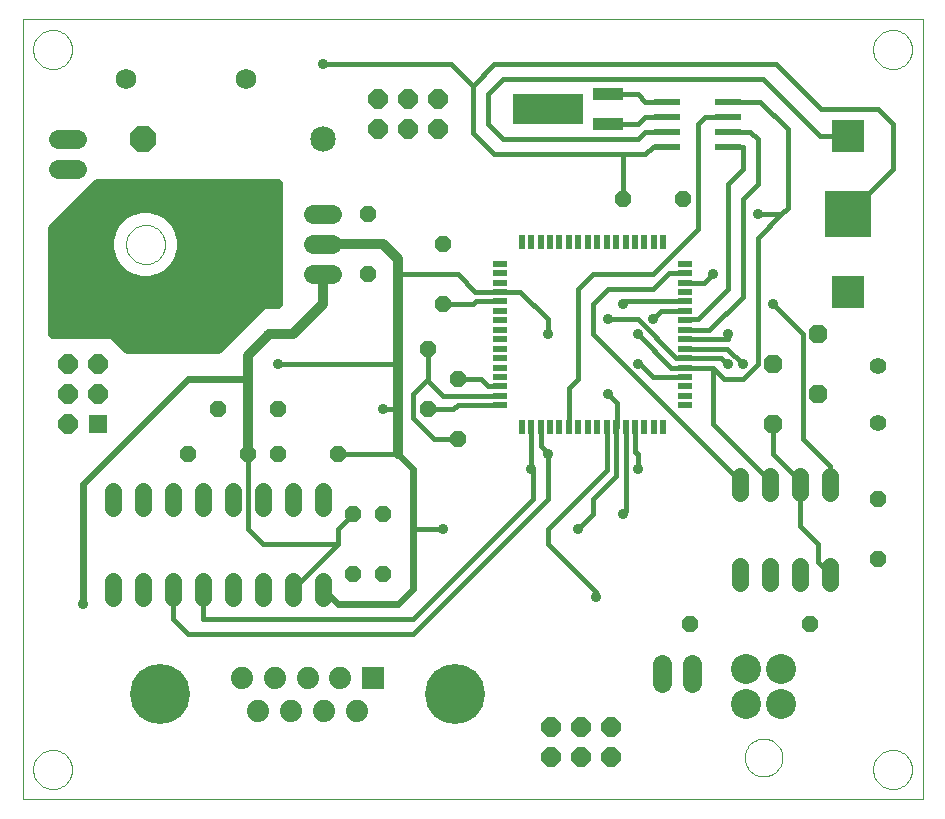
<source format=gtl>
G75*
G70*
%OFA0B0*%
%FSLAX24Y24*%
%IPPOS*%
%LPD*%
%AMOC8*
5,1,8,0,0,1.08239X$1,22.5*
%
%ADD10C,0.0000*%
%ADD11C,0.0560*%
%ADD12OC8,0.0630*%
%ADD13C,0.0680*%
%ADD14OC8,0.0560*%
%ADD15R,0.0470X0.0220*%
%ADD16R,0.0220X0.0470*%
%ADD17C,0.0560*%
%ADD18C,0.1000*%
%ADD19C,0.0640*%
%ADD20OC8,0.0640*%
%ADD21R,0.0640X0.0640*%
%ADD22R,0.0870X0.0240*%
%ADD23R,0.0984X0.0394*%
%ADD24R,0.2362X0.0984*%
%ADD25C,0.0850*%
%ADD26OC8,0.0850*%
%ADD27R,0.0740X0.0740*%
%ADD28C,0.0740*%
%ADD29C,0.2000*%
%ADD30R,0.1560X0.1560*%
%ADD31R,0.1095X0.1095*%
%ADD32C,0.0160*%
%ADD33C,0.0360*%
%ADD34C,0.0320*%
%ADD35C,0.0240*%
D10*
X000625Y002872D02*
X000625Y028872D01*
X030625Y028872D01*
X030625Y002872D01*
X000625Y002872D01*
X000975Y003872D02*
X000977Y003922D01*
X000983Y003972D01*
X000993Y004022D01*
X001006Y004070D01*
X001023Y004118D01*
X001044Y004164D01*
X001068Y004208D01*
X001096Y004250D01*
X001127Y004290D01*
X001161Y004327D01*
X001198Y004362D01*
X001237Y004393D01*
X001278Y004422D01*
X001322Y004447D01*
X001368Y004469D01*
X001415Y004487D01*
X001463Y004501D01*
X001512Y004512D01*
X001562Y004519D01*
X001612Y004522D01*
X001663Y004521D01*
X001713Y004516D01*
X001763Y004507D01*
X001811Y004495D01*
X001859Y004478D01*
X001905Y004458D01*
X001950Y004435D01*
X001993Y004408D01*
X002033Y004378D01*
X002071Y004345D01*
X002106Y004309D01*
X002139Y004270D01*
X002168Y004229D01*
X002194Y004186D01*
X002217Y004141D01*
X002236Y004094D01*
X002251Y004046D01*
X002263Y003997D01*
X002271Y003947D01*
X002275Y003897D01*
X002275Y003847D01*
X002271Y003797D01*
X002263Y003747D01*
X002251Y003698D01*
X002236Y003650D01*
X002217Y003603D01*
X002194Y003558D01*
X002168Y003515D01*
X002139Y003474D01*
X002106Y003435D01*
X002071Y003399D01*
X002033Y003366D01*
X001993Y003336D01*
X001950Y003309D01*
X001905Y003286D01*
X001859Y003266D01*
X001811Y003249D01*
X001763Y003237D01*
X001713Y003228D01*
X001663Y003223D01*
X001612Y003222D01*
X001562Y003225D01*
X001512Y003232D01*
X001463Y003243D01*
X001415Y003257D01*
X001368Y003275D01*
X001322Y003297D01*
X001278Y003322D01*
X001237Y003351D01*
X001198Y003382D01*
X001161Y003417D01*
X001127Y003454D01*
X001096Y003494D01*
X001068Y003536D01*
X001044Y003580D01*
X001023Y003626D01*
X001006Y003674D01*
X000993Y003722D01*
X000983Y003772D01*
X000977Y003822D01*
X000975Y003872D01*
X004075Y021372D02*
X004077Y021422D01*
X004083Y021472D01*
X004093Y021522D01*
X004106Y021570D01*
X004123Y021618D01*
X004144Y021664D01*
X004168Y021708D01*
X004196Y021750D01*
X004227Y021790D01*
X004261Y021827D01*
X004298Y021862D01*
X004337Y021893D01*
X004378Y021922D01*
X004422Y021947D01*
X004468Y021969D01*
X004515Y021987D01*
X004563Y022001D01*
X004612Y022012D01*
X004662Y022019D01*
X004712Y022022D01*
X004763Y022021D01*
X004813Y022016D01*
X004863Y022007D01*
X004911Y021995D01*
X004959Y021978D01*
X005005Y021958D01*
X005050Y021935D01*
X005093Y021908D01*
X005133Y021878D01*
X005171Y021845D01*
X005206Y021809D01*
X005239Y021770D01*
X005268Y021729D01*
X005294Y021686D01*
X005317Y021641D01*
X005336Y021594D01*
X005351Y021546D01*
X005363Y021497D01*
X005371Y021447D01*
X005375Y021397D01*
X005375Y021347D01*
X005371Y021297D01*
X005363Y021247D01*
X005351Y021198D01*
X005336Y021150D01*
X005317Y021103D01*
X005294Y021058D01*
X005268Y021015D01*
X005239Y020974D01*
X005206Y020935D01*
X005171Y020899D01*
X005133Y020866D01*
X005093Y020836D01*
X005050Y020809D01*
X005005Y020786D01*
X004959Y020766D01*
X004911Y020749D01*
X004863Y020737D01*
X004813Y020728D01*
X004763Y020723D01*
X004712Y020722D01*
X004662Y020725D01*
X004612Y020732D01*
X004563Y020743D01*
X004515Y020757D01*
X004468Y020775D01*
X004422Y020797D01*
X004378Y020822D01*
X004337Y020851D01*
X004298Y020882D01*
X004261Y020917D01*
X004227Y020954D01*
X004196Y020994D01*
X004168Y021036D01*
X004144Y021080D01*
X004123Y021126D01*
X004106Y021174D01*
X004093Y021222D01*
X004083Y021272D01*
X004077Y021322D01*
X004075Y021372D01*
X000975Y027872D02*
X000977Y027922D01*
X000983Y027972D01*
X000993Y028022D01*
X001006Y028070D01*
X001023Y028118D01*
X001044Y028164D01*
X001068Y028208D01*
X001096Y028250D01*
X001127Y028290D01*
X001161Y028327D01*
X001198Y028362D01*
X001237Y028393D01*
X001278Y028422D01*
X001322Y028447D01*
X001368Y028469D01*
X001415Y028487D01*
X001463Y028501D01*
X001512Y028512D01*
X001562Y028519D01*
X001612Y028522D01*
X001663Y028521D01*
X001713Y028516D01*
X001763Y028507D01*
X001811Y028495D01*
X001859Y028478D01*
X001905Y028458D01*
X001950Y028435D01*
X001993Y028408D01*
X002033Y028378D01*
X002071Y028345D01*
X002106Y028309D01*
X002139Y028270D01*
X002168Y028229D01*
X002194Y028186D01*
X002217Y028141D01*
X002236Y028094D01*
X002251Y028046D01*
X002263Y027997D01*
X002271Y027947D01*
X002275Y027897D01*
X002275Y027847D01*
X002271Y027797D01*
X002263Y027747D01*
X002251Y027698D01*
X002236Y027650D01*
X002217Y027603D01*
X002194Y027558D01*
X002168Y027515D01*
X002139Y027474D01*
X002106Y027435D01*
X002071Y027399D01*
X002033Y027366D01*
X001993Y027336D01*
X001950Y027309D01*
X001905Y027286D01*
X001859Y027266D01*
X001811Y027249D01*
X001763Y027237D01*
X001713Y027228D01*
X001663Y027223D01*
X001612Y027222D01*
X001562Y027225D01*
X001512Y027232D01*
X001463Y027243D01*
X001415Y027257D01*
X001368Y027275D01*
X001322Y027297D01*
X001278Y027322D01*
X001237Y027351D01*
X001198Y027382D01*
X001161Y027417D01*
X001127Y027454D01*
X001096Y027494D01*
X001068Y027536D01*
X001044Y027580D01*
X001023Y027626D01*
X001006Y027674D01*
X000993Y027722D01*
X000983Y027772D01*
X000977Y027822D01*
X000975Y027872D01*
X024698Y004270D02*
X024700Y004320D01*
X024706Y004370D01*
X024716Y004419D01*
X024730Y004467D01*
X024747Y004514D01*
X024768Y004559D01*
X024793Y004603D01*
X024821Y004644D01*
X024853Y004683D01*
X024887Y004720D01*
X024924Y004754D01*
X024964Y004784D01*
X025006Y004811D01*
X025050Y004835D01*
X025096Y004856D01*
X025143Y004872D01*
X025191Y004885D01*
X025241Y004894D01*
X025290Y004899D01*
X025341Y004900D01*
X025391Y004897D01*
X025440Y004890D01*
X025489Y004879D01*
X025537Y004864D01*
X025583Y004846D01*
X025628Y004824D01*
X025671Y004798D01*
X025712Y004769D01*
X025751Y004737D01*
X025787Y004702D01*
X025819Y004664D01*
X025849Y004624D01*
X025876Y004581D01*
X025899Y004537D01*
X025918Y004491D01*
X025934Y004443D01*
X025946Y004394D01*
X025954Y004345D01*
X025958Y004295D01*
X025958Y004245D01*
X025954Y004195D01*
X025946Y004146D01*
X025934Y004097D01*
X025918Y004049D01*
X025899Y004003D01*
X025876Y003959D01*
X025849Y003916D01*
X025819Y003876D01*
X025787Y003838D01*
X025751Y003803D01*
X025712Y003771D01*
X025671Y003742D01*
X025628Y003716D01*
X025583Y003694D01*
X025537Y003676D01*
X025489Y003661D01*
X025440Y003650D01*
X025391Y003643D01*
X025341Y003640D01*
X025290Y003641D01*
X025241Y003646D01*
X025191Y003655D01*
X025143Y003668D01*
X025096Y003684D01*
X025050Y003705D01*
X025006Y003729D01*
X024964Y003756D01*
X024924Y003786D01*
X024887Y003820D01*
X024853Y003857D01*
X024821Y003896D01*
X024793Y003937D01*
X024768Y003981D01*
X024747Y004026D01*
X024730Y004073D01*
X024716Y004121D01*
X024706Y004170D01*
X024700Y004220D01*
X024698Y004270D01*
X028975Y003872D02*
X028977Y003922D01*
X028983Y003972D01*
X028993Y004022D01*
X029006Y004070D01*
X029023Y004118D01*
X029044Y004164D01*
X029068Y004208D01*
X029096Y004250D01*
X029127Y004290D01*
X029161Y004327D01*
X029198Y004362D01*
X029237Y004393D01*
X029278Y004422D01*
X029322Y004447D01*
X029368Y004469D01*
X029415Y004487D01*
X029463Y004501D01*
X029512Y004512D01*
X029562Y004519D01*
X029612Y004522D01*
X029663Y004521D01*
X029713Y004516D01*
X029763Y004507D01*
X029811Y004495D01*
X029859Y004478D01*
X029905Y004458D01*
X029950Y004435D01*
X029993Y004408D01*
X030033Y004378D01*
X030071Y004345D01*
X030106Y004309D01*
X030139Y004270D01*
X030168Y004229D01*
X030194Y004186D01*
X030217Y004141D01*
X030236Y004094D01*
X030251Y004046D01*
X030263Y003997D01*
X030271Y003947D01*
X030275Y003897D01*
X030275Y003847D01*
X030271Y003797D01*
X030263Y003747D01*
X030251Y003698D01*
X030236Y003650D01*
X030217Y003603D01*
X030194Y003558D01*
X030168Y003515D01*
X030139Y003474D01*
X030106Y003435D01*
X030071Y003399D01*
X030033Y003366D01*
X029993Y003336D01*
X029950Y003309D01*
X029905Y003286D01*
X029859Y003266D01*
X029811Y003249D01*
X029763Y003237D01*
X029713Y003228D01*
X029663Y003223D01*
X029612Y003222D01*
X029562Y003225D01*
X029512Y003232D01*
X029463Y003243D01*
X029415Y003257D01*
X029368Y003275D01*
X029322Y003297D01*
X029278Y003322D01*
X029237Y003351D01*
X029198Y003382D01*
X029161Y003417D01*
X029127Y003454D01*
X029096Y003494D01*
X029068Y003536D01*
X029044Y003580D01*
X029023Y003626D01*
X029006Y003674D01*
X028993Y003722D01*
X028983Y003772D01*
X028977Y003822D01*
X028975Y003872D01*
X028975Y027872D02*
X028977Y027922D01*
X028983Y027972D01*
X028993Y028022D01*
X029006Y028070D01*
X029023Y028118D01*
X029044Y028164D01*
X029068Y028208D01*
X029096Y028250D01*
X029127Y028290D01*
X029161Y028327D01*
X029198Y028362D01*
X029237Y028393D01*
X029278Y028422D01*
X029322Y028447D01*
X029368Y028469D01*
X029415Y028487D01*
X029463Y028501D01*
X029512Y028512D01*
X029562Y028519D01*
X029612Y028522D01*
X029663Y028521D01*
X029713Y028516D01*
X029763Y028507D01*
X029811Y028495D01*
X029859Y028478D01*
X029905Y028458D01*
X029950Y028435D01*
X029993Y028408D01*
X030033Y028378D01*
X030071Y028345D01*
X030106Y028309D01*
X030139Y028270D01*
X030168Y028229D01*
X030194Y028186D01*
X030217Y028141D01*
X030236Y028094D01*
X030251Y028046D01*
X030263Y027997D01*
X030271Y027947D01*
X030275Y027897D01*
X030275Y027847D01*
X030271Y027797D01*
X030263Y027747D01*
X030251Y027698D01*
X030236Y027650D01*
X030217Y027603D01*
X030194Y027558D01*
X030168Y027515D01*
X030139Y027474D01*
X030106Y027435D01*
X030071Y027399D01*
X030033Y027366D01*
X029993Y027336D01*
X029950Y027309D01*
X029905Y027286D01*
X029859Y027266D01*
X029811Y027249D01*
X029763Y027237D01*
X029713Y027228D01*
X029663Y027223D01*
X029612Y027222D01*
X029562Y027225D01*
X029512Y027232D01*
X029463Y027243D01*
X029415Y027257D01*
X029368Y027275D01*
X029322Y027297D01*
X029278Y027322D01*
X029237Y027351D01*
X029198Y027382D01*
X029161Y027417D01*
X029127Y027454D01*
X029096Y027494D01*
X029068Y027536D01*
X029044Y027580D01*
X029023Y027626D01*
X029006Y027674D01*
X028993Y027722D01*
X028983Y027772D01*
X028977Y027822D01*
X028975Y027872D01*
D11*
X029125Y017322D03*
X029125Y015422D03*
D12*
X027125Y016372D03*
X025625Y015372D03*
X025625Y017372D03*
X027125Y018372D03*
D13*
X008075Y026872D03*
X004075Y026872D03*
D14*
X012125Y022372D03*
X012125Y020372D03*
X014625Y019372D03*
X014125Y017872D03*
X015125Y016872D03*
X014125Y015872D03*
X015125Y014872D03*
X012625Y012372D03*
X011625Y012372D03*
X011625Y010372D03*
X012625Y010372D03*
X011125Y014372D03*
X009125Y014372D03*
X008125Y014372D03*
X009125Y015872D03*
X007125Y015872D03*
X006125Y014372D03*
X014625Y021372D03*
X020625Y022872D03*
X022625Y022872D03*
X029125Y012872D03*
X029125Y010872D03*
X026875Y008722D03*
X022875Y008722D03*
D15*
X022696Y016010D03*
X022696Y016325D03*
X022696Y016640D03*
X022696Y016955D03*
X022696Y017270D03*
X022696Y017585D03*
X022696Y017900D03*
X022696Y018215D03*
X022696Y018530D03*
X022696Y018845D03*
X022696Y019160D03*
X022696Y019475D03*
X022696Y019790D03*
X022696Y020105D03*
X022696Y020420D03*
X022696Y020735D03*
X016554Y020735D03*
X016554Y020420D03*
X016554Y020105D03*
X016554Y019790D03*
X016554Y019475D03*
X016554Y019160D03*
X016554Y018845D03*
X016554Y018530D03*
X016554Y018215D03*
X016554Y017900D03*
X016554Y017585D03*
X016554Y017270D03*
X016554Y016955D03*
X016554Y016640D03*
X016554Y016325D03*
X016554Y016010D03*
D16*
X017263Y015302D03*
X017578Y015302D03*
X017893Y015302D03*
X018208Y015302D03*
X018523Y015302D03*
X018837Y015302D03*
X019152Y015302D03*
X019467Y015302D03*
X019782Y015302D03*
X020097Y015302D03*
X020412Y015302D03*
X020727Y015302D03*
X021042Y015302D03*
X021357Y015302D03*
X021672Y015302D03*
X021987Y015302D03*
X021987Y021443D03*
X021672Y021443D03*
X021357Y021443D03*
X021042Y021443D03*
X020727Y021443D03*
X020412Y021443D03*
X020097Y021443D03*
X019782Y021443D03*
X019467Y021443D03*
X019152Y021443D03*
X018837Y021443D03*
X018523Y021443D03*
X018208Y021443D03*
X017893Y021443D03*
X017578Y021443D03*
X017263Y021443D03*
D17*
X024525Y013652D02*
X024525Y013092D01*
X025525Y013092D02*
X025525Y013652D01*
X026525Y013652D02*
X026525Y013092D01*
X027525Y013092D02*
X027525Y013652D01*
X027525Y010652D02*
X027525Y010092D01*
X026525Y010092D02*
X026525Y010652D01*
X025525Y010652D02*
X025525Y010092D01*
X024525Y010092D02*
X024525Y010652D01*
X010625Y010152D02*
X010625Y009592D01*
X009625Y009592D02*
X009625Y010152D01*
X008625Y010152D02*
X008625Y009592D01*
X007625Y009592D02*
X007625Y010152D01*
X006625Y010152D02*
X006625Y009592D01*
X005625Y009592D02*
X005625Y010152D01*
X004625Y010152D02*
X004625Y009592D01*
X003625Y009592D02*
X003625Y010152D01*
X003625Y012592D02*
X003625Y013152D01*
X004625Y013152D02*
X004625Y012592D01*
X005625Y012592D02*
X005625Y013152D01*
X006625Y013152D02*
X006625Y012592D01*
X007625Y012592D02*
X007625Y013152D01*
X008625Y013152D02*
X008625Y012592D01*
X009625Y012592D02*
X009625Y013152D01*
X010625Y013152D02*
X010625Y012592D01*
D18*
X024737Y007222D03*
X024737Y006041D03*
X025919Y006041D03*
X025919Y007222D03*
D19*
X022925Y007392D02*
X022925Y006752D01*
X021925Y006752D02*
X021925Y007392D01*
X010945Y020372D02*
X010305Y020372D01*
X010305Y021372D02*
X010945Y021372D01*
X010945Y022372D02*
X010305Y022372D01*
X002445Y023872D02*
X001805Y023872D01*
X001805Y024872D02*
X002445Y024872D01*
D20*
X002125Y017372D03*
X002125Y016372D03*
X002125Y015372D03*
X003125Y016372D03*
X003125Y017372D03*
X012475Y025222D03*
X013475Y025222D03*
X014475Y025222D03*
X014475Y026222D03*
X013475Y026222D03*
X012475Y026222D03*
X018225Y005272D03*
X018225Y004272D03*
X019225Y004272D03*
X020225Y004272D03*
X020225Y005272D03*
X019225Y005272D03*
D21*
X003125Y015372D03*
D22*
X022095Y024622D03*
X022095Y025122D03*
X022095Y025622D03*
X022095Y026122D03*
X024155Y026122D03*
X024155Y025622D03*
X024155Y025122D03*
X024155Y024622D03*
D23*
X020125Y025372D03*
X020125Y026372D03*
D24*
X018125Y025872D03*
D25*
X010625Y024872D03*
D26*
X004625Y024872D03*
D27*
X012306Y006931D03*
D28*
X011215Y006931D03*
X010125Y006931D03*
X009034Y006931D03*
X007944Y006931D03*
X008491Y005813D03*
X009582Y005813D03*
X010668Y005813D03*
X011759Y005813D03*
D29*
X015046Y006372D03*
X005204Y006372D03*
D30*
X028125Y022372D03*
D31*
X028125Y019772D03*
X028125Y024972D03*
D32*
X027222Y024972D01*
X027125Y025070D01*
X026974Y025221D01*
X025322Y026872D01*
X016625Y026872D01*
X016125Y026372D01*
X016125Y025372D01*
X016625Y024872D01*
X021125Y024872D01*
X021375Y025122D01*
X022095Y025122D01*
X022095Y025622D02*
X021375Y025622D01*
X021125Y025372D01*
X020125Y025372D01*
X020125Y026372D02*
X021125Y026372D01*
X021375Y026122D01*
X022095Y026122D01*
X023125Y025372D02*
X023125Y021872D01*
X021625Y020372D01*
X019625Y020372D01*
X019125Y019872D01*
X019125Y016872D01*
X018837Y016585D01*
X018837Y015302D01*
X017893Y015302D02*
X017893Y014640D01*
X018125Y014372D01*
X018125Y012872D01*
X013625Y008372D01*
X006125Y008372D01*
X005625Y008872D01*
X005625Y009872D01*
X006625Y009872D02*
X006625Y008872D01*
X013625Y008872D01*
X017625Y012872D01*
X017625Y013822D01*
X017575Y013872D01*
X017575Y015302D01*
X017578Y015302D01*
X016554Y016010D02*
X015125Y016010D01*
X014987Y015872D01*
X014125Y015872D01*
X014627Y016325D02*
X014125Y016827D01*
X014125Y016872D01*
X013625Y016372D01*
X013625Y015580D01*
X014332Y014872D01*
X015125Y014872D01*
X014627Y016325D02*
X016554Y016325D01*
X016554Y016640D02*
X016125Y016640D01*
X015893Y016872D01*
X015125Y016872D01*
X014125Y016872D02*
X014125Y017872D01*
X013125Y017372D02*
X009125Y017372D01*
X008125Y014372D02*
X008125Y011872D01*
X008625Y011372D01*
X011125Y011372D01*
X009625Y009872D01*
X011125Y011372D02*
X011125Y011872D01*
X011625Y012372D01*
X013625Y011872D02*
X014625Y011872D01*
X013125Y014372D02*
X011125Y014372D01*
X012625Y015872D02*
X013125Y015872D01*
X014625Y019372D02*
X015625Y019372D01*
X015727Y019475D01*
X016554Y019475D01*
X016554Y019790D02*
X017208Y019790D01*
X018125Y018872D01*
X018125Y018372D01*
X019625Y018372D02*
X019625Y019372D01*
X020125Y019872D01*
X021625Y019872D01*
X022172Y020420D01*
X022696Y020420D01*
X022696Y020105D02*
X023357Y020105D01*
X023625Y020372D01*
X024125Y019872D02*
X023125Y018872D01*
X022696Y018872D01*
X022696Y018845D01*
X022696Y019160D02*
X021912Y019160D01*
X021625Y018872D01*
X021125Y018872D02*
X020125Y018872D01*
X019625Y018372D02*
X024525Y013472D01*
X024525Y013372D01*
X025525Y013372D02*
X025525Y013472D01*
X023625Y015372D01*
X023625Y017270D01*
X024023Y016872D01*
X024625Y016872D01*
X025125Y017372D01*
X025125Y021580D01*
X025918Y022372D01*
X025125Y022372D01*
X024625Y022872D02*
X024625Y019636D01*
X023519Y018530D01*
X022696Y018530D01*
X022696Y018215D02*
X024125Y018215D01*
X024125Y018372D01*
X024097Y017900D02*
X024625Y017372D01*
X024125Y017372D02*
X023912Y017585D01*
X022696Y017585D01*
X022412Y017585D01*
X021125Y018872D01*
X020625Y019372D02*
X020625Y019475D01*
X022696Y019475D01*
X024125Y019872D02*
X024125Y023372D01*
X024625Y023872D01*
X024625Y024622D01*
X024155Y024622D01*
X024155Y025122D02*
X024875Y025122D01*
X025125Y024872D01*
X025125Y023372D01*
X024625Y022872D01*
X025918Y022372D02*
X026125Y022580D01*
X026125Y025221D01*
X025224Y026122D01*
X024155Y026122D01*
X024155Y025622D02*
X023375Y025622D01*
X023125Y025372D01*
X022095Y024622D02*
X021625Y024622D01*
X021375Y024372D01*
X020625Y024372D01*
X020625Y022872D01*
X020625Y024372D02*
X016332Y024372D01*
X015625Y025080D01*
X015625Y026665D01*
X014918Y027372D01*
X010625Y027372D01*
X015625Y026665D02*
X016332Y027372D01*
X025725Y027372D01*
X027225Y025872D01*
X029125Y025872D01*
X029625Y025372D01*
X029625Y023872D01*
X028125Y022372D01*
X025625Y019372D02*
X026625Y018372D01*
X026625Y014872D01*
X027525Y013972D01*
X027525Y013372D01*
X026525Y013372D02*
X026525Y011972D01*
X027125Y011372D01*
X027125Y010772D01*
X027525Y010372D01*
X026525Y013372D02*
X026525Y013472D01*
X025625Y014372D01*
X025625Y015372D01*
X023625Y017270D02*
X022696Y017270D01*
X022227Y017270D01*
X021125Y018372D01*
X021125Y017372D02*
X021208Y017372D01*
X021625Y016955D01*
X022696Y016955D01*
X022696Y017900D02*
X024097Y017900D01*
X021042Y015302D02*
X021042Y014455D01*
X021125Y014372D01*
X021125Y013872D01*
X020412Y013660D02*
X019625Y012872D01*
X019625Y012372D01*
X019125Y011872D01*
X018125Y011872D02*
X018125Y011372D01*
X019725Y009772D01*
X019725Y009622D01*
X018125Y011872D02*
X020097Y013845D01*
X020097Y015302D01*
X020412Y015302D02*
X020412Y013660D01*
X020727Y012475D02*
X020625Y012372D01*
X020727Y012475D02*
X020727Y015302D01*
X020425Y015302D02*
X020425Y016072D01*
X020125Y016372D01*
X020412Y015302D02*
X020425Y015302D01*
X016554Y019790D02*
X015708Y019790D01*
X015125Y020372D01*
X013125Y020372D01*
X013125Y019872D02*
X013125Y019790D01*
D33*
X012625Y015872D03*
X009125Y017372D03*
X014625Y011872D03*
X017575Y013872D03*
X018125Y014372D03*
X020125Y016372D03*
X021125Y017372D03*
X021125Y018372D03*
X021625Y018872D03*
X020625Y019372D03*
X020125Y018872D03*
X018125Y018372D03*
X021125Y013872D03*
X020625Y012372D03*
X019125Y011872D03*
X019725Y009622D03*
X024125Y017372D03*
X024625Y017372D03*
X024125Y018372D03*
X025625Y019372D03*
X023625Y020372D03*
X025125Y022372D03*
X010625Y027372D03*
X002625Y009372D03*
D34*
X008125Y014372D02*
X008125Y016872D01*
X008125Y017665D01*
X008832Y018372D01*
X009625Y018372D01*
X010625Y019372D01*
X010625Y020372D01*
X010625Y021372D02*
X012625Y021372D01*
X013125Y020872D01*
X013125Y020372D01*
X013125Y019872D01*
X013125Y017372D01*
X013125Y015872D01*
X013125Y014372D01*
X009125Y019372D02*
X008625Y019372D01*
X007125Y017872D01*
X004125Y017872D01*
X003625Y018372D01*
X001625Y018372D01*
X001625Y021872D01*
X003125Y023372D01*
X009125Y023372D01*
X009125Y019372D01*
X009125Y019437D02*
X001625Y019437D01*
X001625Y019755D02*
X009125Y019755D01*
X009125Y020074D02*
X001625Y020074D01*
X001625Y020392D02*
X004002Y020392D01*
X003982Y020404D02*
X004258Y020245D01*
X004566Y020162D01*
X004884Y020162D01*
X005192Y020245D01*
X005468Y020404D01*
X005693Y020629D01*
X005852Y020905D01*
X005935Y021213D01*
X005935Y021532D01*
X005852Y021839D01*
X005693Y022115D01*
X005468Y022341D01*
X005192Y022500D01*
X004884Y022582D01*
X004566Y022582D01*
X004258Y022500D01*
X003982Y022341D01*
X003757Y022115D01*
X003597Y021839D01*
X003515Y021532D01*
X003515Y021213D01*
X003597Y020905D01*
X003757Y020629D01*
X003982Y020404D01*
X003710Y020711D02*
X001625Y020711D01*
X001625Y021029D02*
X003564Y021029D01*
X003515Y021348D02*
X001625Y021348D01*
X001625Y021666D02*
X003551Y021666D01*
X003681Y021985D02*
X001737Y021985D01*
X002056Y022304D02*
X003945Y022304D01*
X003012Y023259D02*
X009125Y023259D01*
X009125Y022941D02*
X002693Y022941D01*
X002375Y022622D02*
X009125Y022622D01*
X009125Y022304D02*
X005505Y022304D01*
X005768Y021985D02*
X009125Y021985D01*
X009125Y021666D02*
X005899Y021666D01*
X005935Y021348D02*
X009125Y021348D01*
X009125Y021029D02*
X005886Y021029D01*
X005740Y020711D02*
X009125Y020711D01*
X009125Y020392D02*
X005447Y020392D01*
X007734Y018481D02*
X001625Y018481D01*
X001625Y018800D02*
X008052Y018800D01*
X008371Y019118D02*
X001625Y019118D01*
X003835Y018163D02*
X007415Y018163D01*
D35*
X008125Y016872D02*
X006125Y016872D01*
X002625Y013372D01*
X002625Y009372D01*
X010625Y009872D02*
X011125Y009372D01*
X013125Y009372D01*
X013625Y009872D01*
X013625Y011872D01*
X013625Y013872D01*
X013125Y014372D01*
M02*

</source>
